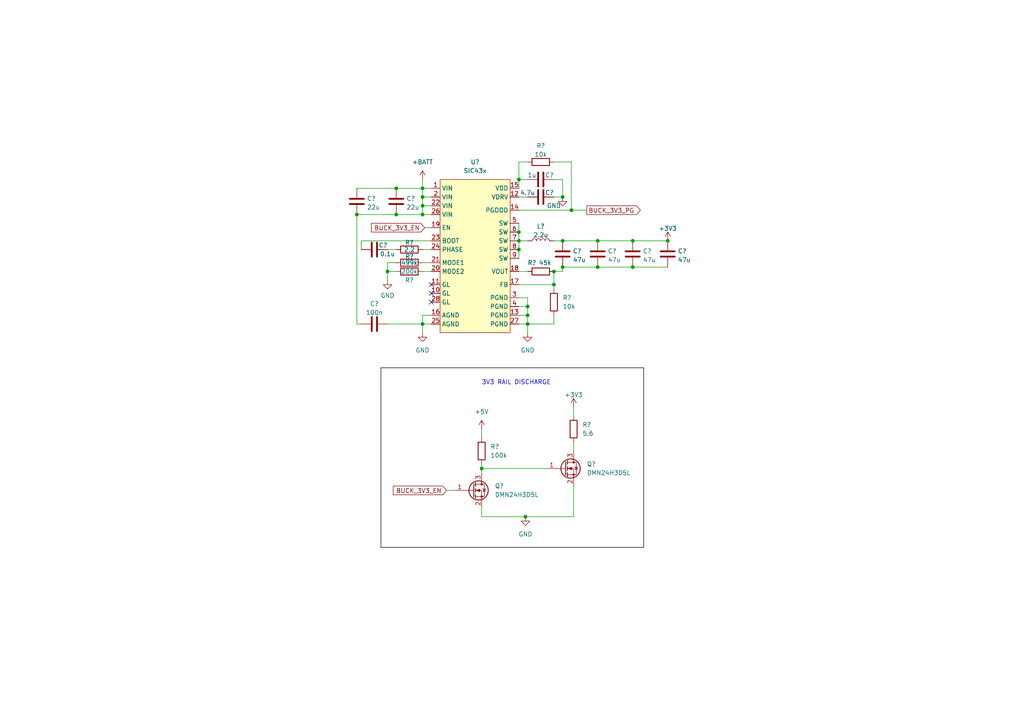
<source format=kicad_sch>
(kicad_sch (version 20211123) (generator eeschema)
  (paper "A4")
  (title_block (title "Pre-Reg 3V3") (date "2022-09-18") (rev "1.0"))
  (lib_symbols
    (symbol "Device:C" (pin_numbers hide) (pin_names (offset 0.254))
      (property "Reference" "C" (at 0.635 2.54 0))
      (property "Value" "C" (at 0.635 -2.54 0))
      (symbol "C_0_1"
        (polyline (pts (xy -2.032 -0.762) (xy 2.032 -0.762)) (stroke (width 0.508)))
        (polyline (pts (xy -2.032 0.762) (xy 2.032 0.762)) (stroke (width 0.508)))
      )
      (symbol "C_1_1"
        (pin passive line (at 0 3.81 270) (length 2.794) (name "~") (number "1"))
        (pin passive line (at 0 -3.81 90) (length 2.794) (name "~") (number "2"))
      )
    )
    (symbol "Device:L" (pin_numbers hide) (pin_names (offset 1.016) hide)
      (property "Reference" "L" (at -1.27 0 90))
      (property "Value" "L" (at 1.905 0 90))
      (symbol "L_0_1"
        (arc (start 0 -2.54) (mid 0.635 -1.905) (end 0 -1.27))
        (arc (start 0 -1.27) (mid 0.635 -0.635) (end 0 0))
        (arc (start 0 0) (mid 0.635 0.635) (end 0 1.27))
        (arc (start 0 1.27) (mid 0.635 1.905) (end 0 2.54))
      )
      (symbol "L_1_1"
        (pin passive line (at 0 3.81 270) (length 1.27) (name "1") (number "1"))
        (pin passive line (at 0 -3.81 90) (length 1.27) (name "2") (number "2"))
      )
    )
    (symbol "Device:R" (pin_numbers hide) (pin_names (offset 0))
      (property "Reference" "R" (at 2.032 0 90))
      (property "Value" "R" (at 0 0 90))
      (symbol "R_0_1"
        (rectangle (start -1.016 -2.54) (end 1.016 2.54) (stroke (width 0.254)))
      )
      (symbol "R_1_1"
        (pin passive line (at 0 3.81 270) (length 1.27) (name "~") (number "1"))
        (pin passive line (at 0 -3.81 90) (length 1.27) (name "~") (number "2"))
      )
    )
    (symbol "Transistor_FET:DMN24H3D5L" (pin_names hide)
      (property "Reference" "Q" (at 5.08 1.905 0))
      (property "Value" "DMN24H3D5L" (at 5.08 0 0))
      (symbol "DMN24H3D5L_0_1"
        (polyline (pts (xy 0.254 0) (xy -2.54 0)))
        (polyline (pts (xy 0.254 1.905) (xy 0.254 -1.905)) (stroke (width 0.254)))
        (polyline (pts (xy 0.762 -1.27) (xy 0.762 -2.286)) (stroke (width 0.254)))
        (polyline (pts (xy 0.762 0.508) (xy 0.762 -0.508)) (stroke (width 0.254)))
        (polyline (pts (xy 0.762 2.286) (xy 0.762 1.27)) (stroke (width 0.254)))
        (polyline (pts (xy 2.54 2.54) (xy 2.54 1.778)))
        (polyline (pts (xy 2.54 -2.54) (xy 2.54 0) (xy 0.762 0)))
        (polyline (pts (xy 0.762 -1.778) (xy 3.302 -1.778) (xy 3.302 1.778) (xy 0.762 1.778)))
        (polyline (pts (xy 1.016 0) (xy 2.032 0.381) (xy 2.032 -0.381) (xy 1.016 0)) (fill (type outline)))
        (polyline (pts (xy 2.794 0.508) (xy 2.921 0.381) (xy 3.683 0.381) (xy 3.81 0.254)))
        (polyline (pts (xy 3.302 0.381) (xy 2.921 -0.254) (xy 3.683 -0.254) (xy 3.302 0.381)))
        (circle (center 1.651 0) (radius 2.794) (stroke (width 0.254)))
        (circle (center 2.54 -1.778) (radius 0.254) (fill (type outline)))
        (circle (center 2.54 1.778) (radius 0.254) (fill (type outline)))
      )
      (symbol "DMN24H3D5L_1_1"
        (pin input line (at -5.08 0 0) (length 2.54) (name "G") (number "1"))
        (pin passive line (at 2.54 -5.08 90) (length 2.54) (name "S") (number "2"))
        (pin passive line (at 2.54 5.08 270) (length 2.54) (name "D") (number "3"))
      )
    )
    (symbol "Voltage_Regulators_Switching:SIC43x"
      (property "Reference" "U" (at 0 5.08 0))
      (property "Value" "SIC43x" (at 0 2.54 0))
      (symbol "SIC43x_0_1"
        (rectangle (start -10.16 1.27) (end 10.16 -43.18) (stroke (width 0.1524)) (fill (type background)))
      )
      (symbol "SIC43x_1_1"
        (pin power_in line (at -12.7 -1.27 0) (length 2.54) (name "VIN") (number "1"))
        (pin input line (at -12.7 -31.75 0) (length 2.54) (name "GL") (number "10"))
        (pin input line (at -12.7 -29.21 0) (length 2.54) (name "GL") (number "11"))
        (pin input line (at 12.7 -3.81 180) (length 2.54) (name "VDRV") (number "12"))
        (pin power_in line (at 12.7 -38.1 180) (length 2.54) (name "PGND") (number "13"))
        (pin input line (at 12.7 -7.62 180) (length 2.54) (name "PGOOD") (number "14"))
        (pin input line (at 12.7 -1.27 180) (length 2.54) (name "VDD") (number "15"))
        (pin power_in line (at -12.7 -38.1 0) (length 2.54) (name "AGND") (number "16"))
        (pin input line (at 12.7 -29.21 180) (length 2.54) (name "FB") (number "17"))
        (pin input line (at 12.7 -25.4 180) (length 2.54) (name "VOUT") (number "18"))
        (pin input line (at -12.7 -12.7 0) (length 2.54) (name "EN") (number "19"))
        (pin power_in line (at -12.7 -3.81 0) (length 2.54) (name "VIN") (number "2"))
        (pin input line (at -12.7 -25.4 0) (length 2.54) (name "MODE2") (number "20"))
        (pin input line (at -12.7 -22.86 0) (length 2.54) (name "MODE1") (number "21"))
        (pin power_in line (at -12.7 -6.35 0) (length 2.54) (name "VIN") (number "22"))
        (pin input line (at -12.7 -16.51 0) (length 2.54) (name "BOOT") (number "23"))
        (pin input line (at -12.7 -19.05 0) (length 2.54) (name "PHASE") (number "24"))
        (pin power_in line (at -12.7 -40.64 0) (length 2.54) (name "AGND") (number "25"))
        (pin power_in line (at -12.7 -8.89 0) (length 2.54) (name "VIN") (number "26"))
        (pin power_in line (at 12.7 -40.64 180) (length 2.54) (name "PGND") (number "27"))
        (pin input line (at -12.7 -34.29 0) (length 2.54) (name "GL") (number "28"))
        (pin power_in line (at 12.7 -33.02 180) (length 2.54) (name "PGND") (number "3"))
        (pin power_in line (at 12.7 -35.56 180) (length 2.54) (name "PGND") (number "4"))
        (pin input line (at 12.7 -11.43 180) (length 2.54) (name "SW") (number "5"))
        (pin input line (at 12.7 -13.97 180) (length 2.54) (name "SW") (number "6"))
        (pin input line (at 12.7 -16.51 180) (length 2.54) (name "SW") (number "7"))
        (pin input line (at 12.7 -19.05 180) (length 2.54) (name "SW") (number "8"))
        (pin input line (at 12.7 -21.59 180) (length 2.54) (name "SW") (number "9"))
      )
    )
    (symbol "power:+3.3V" (power) (pin_names (offset 0))
      (property "Value" "+3.3V" (at 0 3.556 0))
      (symbol "+3.3V_0_1"
        (polyline (pts (xy -0.762 1.27) (xy 0 2.54)))
        (polyline (pts (xy 0 0) (xy 0 2.54)))
        (polyline (pts (xy 0 2.54) (xy 0.762 1.27)))
      )
      (symbol "+3.3V_1_1"
        (pin power_in line (at 0 0 90) (length 0) hide (name "+3V3") (number "1"))
      )
    )
    (symbol "power:+5V" (power) (pin_names (offset 0))
      (property "Value" "+5V" (at 0 3.556 0))
      (symbol "+5V_0_1"
        (polyline (pts (xy -0.762 1.27) (xy 0 2.54)))
        (polyline (pts (xy 0 0) (xy 0 2.54)))
        (polyline (pts (xy 0 2.54) (xy 0.762 1.27)))
      )
      (symbol "+5V_1_1"
        (pin power_in line (at 0 0 90) (length 0) hide (name "+5V") (number "1"))
      )
    )
    (symbol "power:+BATT" (power) (pin_names (offset 0))
      (property "Value" "+BATT" (at 0 3.556 0))
      (symbol "+BATT_0_1"
        (polyline (pts (xy -0.762 1.27) (xy 0 2.54)))
        (polyline (pts (xy 0 0) (xy 0 2.54)))
        (polyline (pts (xy 0 2.54) (xy 0.762 1.27)))
      )
      (symbol "+BATT_1_1"
        (pin power_in line (at 0 0 90) (length 0) hide (name "+BATT") (number "1"))
      )
    )
    (symbol "power:GND" (power) (pin_names (offset 0))
      (property "Value" "GND" (at 0 -3.81 0))
      (symbol "GND_0_1"
        (polyline (pts (xy 0 0) (xy 0 -1.27) (xy 1.27 -1.27) (xy 0 -2.54) (xy -1.27 -1.27) (xy 0 -1.27)))
      )
      (symbol "GND_1_1"
        (pin power_in line (at 0 0 270) (length 0) hide (name "GND") (number "1"))
      )
    )
  )
  (junction (at 150.495 69.85))
  (junction (at 122.555 54.61))
  (junction (at 103.505 62.23))
  (junction (at 139.7 135.89))
  (junction (at 173.355 77.47))
  (junction (at 122.555 62.23))
  (junction (at 152.4 149.86))
  (junction (at 163.195 77.47))
  (junction (at 122.555 57.15))
  (junction (at 160.655 78.74))
  (junction (at 163.195 57.15))
  (junction (at 112.395 78.74))
  (junction (at 153.035 91.44))
  (junction (at 183.515 77.47))
  (junction (at 163.195 69.85))
  (junction (at 193.675 69.85))
  (junction (at 183.515 69.85))
  (junction (at 114.935 54.61))
  (junction (at 150.495 67.31))
  (junction (at 122.555 59.69))
  (junction (at 150.495 52.07))
  (junction (at 165.735 60.96))
  (junction (at 153.035 93.98))
  (junction (at 173.355 69.85))
  (junction (at 122.555 93.98))
  (junction (at 114.935 62.23))
  (junction (at 153.035 88.9))
  (junction (at 150.495 72.39))
  (junction (at 160.655 82.55))
  (no_connect (at 125.095 85.09))
  (no_connect (at 125.095 82.55))
  (no_connect (at 125.095 87.63))
  (wire (pts (xy 125.095 91.44) (xy 122.555 91.44)))
  (wire (pts (xy 153.035 91.44) (xy 153.035 88.9)))
  (wire (pts (xy 163.195 52.07) (xy 163.195 57.15)))
  (wire (pts (xy 150.495 52.07) (xy 153.035 52.07)))
  (wire (pts (xy 150.495 69.85) (xy 150.495 72.39)))
  (wire (pts (xy 139.7 149.86) (xy 139.7 147.32)))
  (wire (pts (xy 150.495 78.74) (xy 153.035 78.74)))
  (wire (pts (xy 114.935 78.74) (xy 112.395 78.74)))
  (wire (pts (xy 160.655 91.44) (xy 160.655 93.98)))
  (wire (pts (xy 153.035 46.99) (xy 150.495 46.99)))
  (polyline (pts (xy 186.69 158.75) (xy 186.69 111.76)) (stroke (width 0) (type solid) (color 0 0 0 1)))
  (wire (pts (xy 122.555 59.69) (xy 125.095 59.69)))
  (wire (pts (xy 166.37 149.86) (xy 152.4 149.86)))
  (wire (pts (xy 114.935 54.61) (xy 122.555 54.61)))
  (wire (pts (xy 139.7 134.62) (xy 139.7 135.89)))
  (wire (pts (xy 122.555 76.2) (xy 125.095 76.2)))
  (wire (pts (xy 122.555 93.98) (xy 122.555 96.52)))
  (wire (pts (xy 104.775 69.85) (xy 125.095 69.85)))
  (wire (pts (xy 163.195 69.85) (xy 173.355 69.85)))
  (wire (pts (xy 112.395 78.74) (xy 112.395 76.2)))
  (wire (pts (xy 166.37 140.97) (xy 166.37 149.86)))
  (wire (pts (xy 150.495 91.44) (xy 153.035 91.44)))
  (wire (pts (xy 160.655 69.85) (xy 163.195 69.85)))
  (wire (pts (xy 129.54 142.24) (xy 132.08 142.24)))
  (wire (pts (xy 125.095 93.98) (xy 122.555 93.98)))
  (wire (pts (xy 139.7 135.89) (xy 139.7 137.16)))
  (wire (pts (xy 150.495 67.31) (xy 150.495 69.85)))
  (wire (pts (xy 160.655 93.98) (xy 153.035 93.98)))
  (wire (pts (xy 103.505 62.23) (xy 103.505 93.98)))
  (wire (pts (xy 112.395 76.2) (xy 114.935 76.2)))
  (polyline (pts (xy 110.49 111.76) (xy 110.49 158.75)) (stroke (width 0) (type solid) (color 0 0 0 1)))
  (wire (pts (xy 153.035 88.9) (xy 153.035 86.36)))
  (wire (pts (xy 160.655 82.55) (xy 160.655 83.82)))
  (wire (pts (xy 153.035 86.36) (xy 150.495 86.36)))
  (wire (pts (xy 104.775 72.39) (xy 104.775 69.85)))
  (wire (pts (xy 150.495 93.98) (xy 153.035 93.98)))
  (wire (pts (xy 150.495 57.15) (xy 153.035 57.15)))
  (wire (pts (xy 165.735 60.96) (xy 150.495 60.96)))
  (wire (pts (xy 103.505 54.61) (xy 114.935 54.61)))
  (wire (pts (xy 139.7 124.46) (xy 139.7 127)))
  (wire (pts (xy 173.355 77.47) (xy 183.515 77.47)))
  (wire (pts (xy 122.555 57.15) (xy 122.555 54.61)))
  (wire (pts (xy 139.7 135.89) (xy 158.75 135.89)))
  (wire (pts (xy 160.655 57.15) (xy 163.195 57.15)))
  (polyline (pts (xy 110.49 158.75) (xy 186.69 158.75)) (stroke (width 0) (type solid) (color 0 0 0 1)))
  (wire (pts (xy 125.095 62.23) (xy 122.555 62.23)))
  (wire (pts (xy 183.515 69.85) (xy 193.675 69.85)))
  (wire (pts (xy 103.505 62.23) (xy 114.935 62.23)))
  (wire (pts (xy 122.555 54.61) (xy 125.095 54.61)))
  (wire (pts (xy 153.035 93.98) (xy 153.035 96.52)))
  (wire (pts (xy 160.655 46.99) (xy 165.735 46.99)))
  (wire (pts (xy 166.37 128.27) (xy 166.37 130.81)))
  (wire (pts (xy 163.195 78.74) (xy 160.655 78.74)))
  (wire (pts (xy 112.395 93.98) (xy 122.555 93.98)))
  (wire (pts (xy 114.935 62.23) (xy 122.555 62.23)))
  (wire (pts (xy 150.495 72.39) (xy 150.495 74.93)))
  (wire (pts (xy 112.395 78.74) (xy 112.395 81.28)))
  (wire (pts (xy 173.355 69.85) (xy 183.515 69.85)))
  (wire (pts (xy 183.515 77.47) (xy 193.675 77.47)))
  (wire (pts (xy 122.555 72.39) (xy 125.095 72.39)))
  (wire (pts (xy 122.555 54.61) (xy 122.555 52.07)))
  (wire (pts (xy 165.735 60.96) (xy 170.18 60.96)))
  (wire (pts (xy 122.555 57.15) (xy 125.095 57.15)))
  (wire (pts (xy 152.4 149.86) (xy 139.7 149.86)))
  (wire (pts (xy 112.395 72.39) (xy 114.935 72.39)))
  (wire (pts (xy 160.655 82.55) (xy 150.495 82.55)))
  (wire (pts (xy 103.505 93.98) (xy 104.775 93.98)))
  (wire (pts (xy 150.495 88.9) (xy 153.035 88.9)))
  (wire (pts (xy 122.555 91.44) (xy 122.555 93.98)))
  (wire (pts (xy 166.37 118.11) (xy 166.37 120.65)))
  (wire (pts (xy 150.495 54.61) (xy 150.495 52.07)))
  (wire (pts (xy 163.195 77.47) (xy 173.355 77.47)))
  (wire (pts (xy 153.035 93.98) (xy 153.035 91.44)))
  (wire (pts (xy 160.655 52.07) (xy 163.195 52.07)))
  (wire (pts (xy 150.495 46.99) (xy 150.495 52.07)))
  (wire (pts (xy 163.195 77.47) (xy 163.195 78.74)))
  (wire (pts (xy 122.555 59.69) (xy 122.555 57.15)))
  (wire (pts (xy 160.655 78.74) (xy 160.655 82.55)))
  (wire (pts (xy 165.735 46.99) (xy 165.735 60.96)))
  (polyline (pts (xy 110.49 106.68) (xy 186.69 106.68)) (stroke (width 0) (type solid) (color 0 0 0 1)))
  (wire (pts (xy 122.555 62.23) (xy 122.555 59.69)))
  (wire (pts (xy 150.495 69.85) (xy 153.035 69.85)))
  (wire (pts (xy 123.19 66.04) (xy 125.095 66.04)))
  (polyline (pts (xy 110.49 106.68) (xy 110.49 111.76)) (stroke (width 0) (type solid) (color 0 0 0 1)))
  (polyline (pts (xy 186.69 106.68) (xy 186.69 111.76)) (stroke (width 0) (type solid) (color 0 0 0 1)))
  (wire (pts (xy 150.495 64.77) (xy 150.495 67.31)))
  (wire (pts (xy 122.555 78.74) (xy 125.095 78.74)))
  (text "3V3 RAIL DISCHARGE" (at 139.7 111.76 0) (effects (font (size 1.27 1.27)) (justify left bottom)))
  (global_label "BUCK_3V3_PG" (shape output) (at 170.18 60.96 0) (property "Intersheet References" "${INTERSHEET_REFS}" (effects hide)))
  (global_label "BUCK_3V3_EN" (shape input) (at 129.54 142.24 180) (property "Intersheet References" "${INTERSHEET_REFS}" (effects hide)))
  (global_label "BUCK_3V3_EN" (shape input) (at 123.19 66.04 180) (property "Intersheet References" "${INTERSHEET_REFS}" (effects hide)))
  (symbol (lib_id "Device:C") (at 108.585 93.98 90) (unit 1)
    (property "Reference" "C?" (at 108.585 88.1212 90))
    (property "Value" "100n" (at 108.585 90.6581 90))
  )
  (symbol (lib_id "power:GND") (at 163.195 57.15 0) (unit 1)
    (property "Reference" "#PWR?" (effects hide))
    (property "Value" "GND" (at 160.655 59.69 0))
  )
  (symbol (lib_id "Transistor_FET:DMN24H3D5L") (at 137.16 142.24 0) (unit 1)
    (property "Reference" "Q?" (at 143.51 140.9699 0) (effects (justify left)))
    (property "Value" "DMN24H3D5L" (at 143.51 143.5099 0) (effects (justify left)))
    (property "Footprint" "Package_TO_SOT_SMD:SOT-23" (effects hide))
    (property "Datasheet" "http://www.diodes.com/assets/Datasheets/DMN24H3D5L.pdf" (effects hide))
  )
  (symbol (lib_id "power:+5V") (at 139.7 124.46 0) (unit 1)
    (property "Reference" "#PWR?" (effects hide))
    (property "Value" "+5V" (at 139.7 119.38 0))
  )
  (symbol (lib_id "power:GND") (at 122.555 96.52 0) (unit 1)
    (property "Reference" "#PWR?" (effects hide))
    (property "Value" "GND" (at 122.555 101.6 0))
  )
  (symbol (lib_id "Device:R") (at 166.37 124.46 0) (unit 1)
    (property "Reference" "R?" (at 168.91 123.1899 0) (effects (justify left)))
    (property "Value" "5.6" (at 168.91 125.7299 0) (effects (justify left)))
  )
  (symbol (lib_id "Device:C") (at 173.355 73.66 0) (unit 1)
    (property "Reference" "C?" (at 176.276 72.8253 0) (effects (justify left)))
    (property "Value" "47u" (at 176.276 75.3622 0) (effects (justify left)))
  )
  (symbol (lib_id "Device:R") (at 156.845 78.74 90) (unit 1)
    (property "Reference" "R?" (at 154.305 76.2 90))
    (property "Value" "45k" (at 158.115 76.2 90))
  )
  (symbol (lib_id "power:+3.3V") (at 166.37 118.11 0) (unit 1)
    (property "Reference" "#PWR?" (effects hide))
    (property "Value" "+3.3V" (at 166.37 114.5342 0))
  )
  (symbol (lib_id "power:+3.3V") (at 193.675 69.85 0) (unit 1)
    (property "Reference" "#PWR?" (effects hide))
    (property "Value" "+3.3V" (at 193.675 66.2742 0))
  )
  (symbol (lib_id "Device:L") (at 156.845 69.85 90) (unit 1)
    (property "Reference" "L?" (at 156.845 65.6422 90))
    (property "Value" "2.2u" (at 156.845 68.1791 90))
  )
  (symbol (lib_id "Device:R") (at 118.745 72.39 90) (unit 1)
    (property "Reference" "R?" (at 118.745 70.358 90))
    (property "Value" "2.2" (at 118.745 72.39 90))
  )
  (symbol (lib_id "Device:R") (at 156.845 46.99 90) (unit 1)
    (property "Reference" "R?" (at 156.845 42.2742 90))
    (property "Value" "10k" (at 156.845 44.8111 90))
  )
  (symbol (lib_id "power:GND") (at 153.035 96.52 0) (unit 1)
    (property "Reference" "#PWR?" (effects hide))
    (property "Value" "GND" (at 153.035 101.6 0))
  )
  (symbol (lib_id "Device:R") (at 118.745 76.2 90) (unit 1)
    (property "Reference" "R?" (at 118.745 74.422 90))
    (property "Value" "499k" (at 118.745 76.2 90))
  )
  (symbol (lib_id "Device:R") (at 118.745 78.74 90) (unit 1)
    (property "Reference" "R?" (at 118.745 81.28 90))
    (property "Value" "200k" (at 118.745 78.74 90))
  )
  (symbol (lib_id "Device:C") (at 156.845 52.07 90) (unit 1)
    (property "Reference" "C?" (at 159.385 50.8 90))
    (property "Value" "1u" (at 154.305 50.8 90))
  )
  (symbol (lib_id "Device:C") (at 103.505 58.42 0) (unit 1)
    (property "Reference" "C?" (at 106.426 57.5853 0) (effects (justify left)))
    (property "Value" "22u" (at 106.426 60.1222 0) (effects (justify left)))
  )
  (symbol (lib_id "Device:C") (at 114.935 58.42 0) (unit 1)
    (property "Reference" "C?" (at 117.856 57.5853 0) (effects (justify left)))
    (property "Value" "22u" (at 117.856 60.1222 0) (effects (justify left)))
  )
  (symbol (lib_id "power:+BATT") (at 122.555 52.07 0) (unit 1)
    (property "Reference" "#PWR?" (effects hide))
    (property "Value" "+BATT" (at 122.555 46.99 0))
  )
  (symbol (lib_id "Device:C") (at 108.585 72.39 90) (unit 1)
    (property "Reference" "C?" (at 111.125 71.12 90))
    (property "Value" "0.1u" (at 112.395 73.66 90))
  )
  (symbol (lib_id "Voltage_Regulators_Switching:SIC43x") (at 137.795 53.34 0) (unit 1)
    (property "Reference" "U?" (at 137.795 46.99 0))
    (property "Value" "SIC43x" (at 137.795 49.53 0))
    (property "Datasheet" "https://www.vishay.com/docs/75921/sic437.pdf" (effects hide))
  )
  (symbol (lib_id "Device:R") (at 139.7 130.81 0) (unit 1)
    (property "Reference" "R?" (at 142.24 129.5399 0) (effects (justify left)))
    (property "Value" "100k" (at 142.24 132.0799 0) (effects (justify left)))
  )
  (symbol (lib_id "Device:C") (at 193.675 73.66 0) (unit 1)
    (property "Reference" "C?" (at 196.596 72.8253 0) (effects (justify left)))
    (property "Value" "47u" (at 196.596 75.3622 0) (effects (justify left)))
  )
  (symbol (lib_id "Device:C") (at 183.515 73.66 0) (unit 1)
    (property "Reference" "C?" (at 186.436 72.8253 0) (effects (justify left)))
    (property "Value" "47u" (at 186.436 75.3622 0) (effects (justify left)))
  )
  (symbol (lib_id "Device:R") (at 160.655 87.63 0) (unit 1)
    (property "Reference" "R?" (at 163.195 86.3599 0) (effects (justify left)))
    (property "Value" "10k" (at 163.195 88.8999 0) (effects (justify left)))
  )
  (symbol (lib_id "Device:C") (at 163.195 73.66 0) (unit 1)
    (property "Reference" "C?" (at 166.116 72.8253 0) (effects (justify left)))
    (property "Value" "47u" (at 166.116 75.3622 0) (effects (justify left)))
  )
  (symbol (lib_id "power:GND") (at 112.395 81.28 0) (unit 1)
    (property "Reference" "#PWR?" (effects hide))
    (property "Value" "GND" (at 112.395 85.7234 0))
  )
  (symbol (lib_id "Device:C") (at 156.845 57.15 90) (unit 1)
    (property "Reference" "C?" (at 159.385 55.88 90))
    (property "Value" "4.7u" (at 153.035 55.88 90))
  )
  (symbol (lib_id "power:GND") (at 152.4 149.86 0) (unit 1)
    (property "Reference" "#PWR?" (effects hide))
    (property "Value" "GND" (at 152.4 154.94 0))
  )
  (symbol (lib_id "Transistor_FET:DMN24H3D5L") (at 163.83 135.89 0) (unit 1)
    (property "Reference" "Q?" (at 170.18 134.6199 0) (effects (justify left)))
    (property "Value" "DMN24H3D5L" (at 170.18 137.1599 0) (effects (justify left)))
    (property "Footprint" "Package_TO_SOT_SMD:SOT-23" (effects hide))
    (property "Datasheet" "http://www.diodes.com/assets/Datasheets/DMN24H3D5L.pdf" (effects hide))
  )
)
</source>
